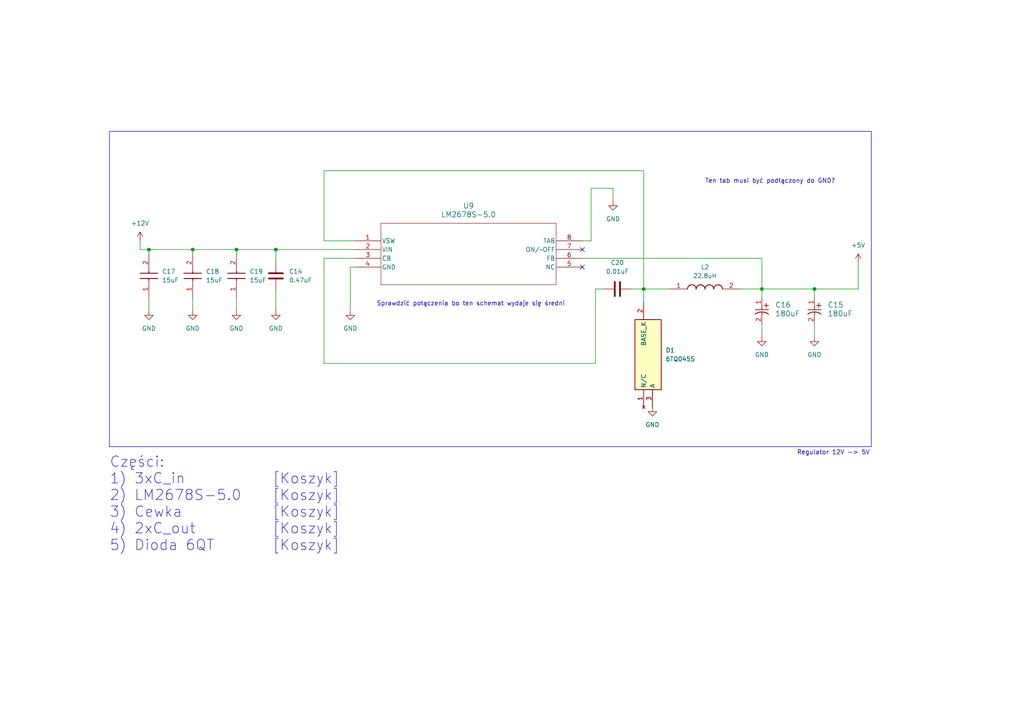
<source format=kicad_sch>
(kicad_sch (version 20230121) (generator eeschema)
  (paper "A4")
  (lib_symbols
    (symbol "16SVP180MX:16SVP180MX" (pin_names (offset 0.254))
      (property "Reference" "C" (at 3.81 3.81 0))
      (property "Value" "16SVP180MX" (at 3.81 -3.81 0))
      (symbol "16SVP180MX_1_1"
        (polyline (pts (xy 1.5748 1.27) (xy 2.8448 1.27)) (stroke (width 0.2032)))
        (polyline (pts (xy 2.2098 0.635) (xy 2.2098 1.905)) (stroke (width 0.2032)))
        (polyline (pts (xy 2.54 0) (xy 3.4798 0)) (stroke (width 0.2032)))
        (polyline (pts (xy 3.4798 -1.905) (xy 3.4798 1.905)) (stroke (width 0.2032)))
        (polyline (pts (xy 4.1148 0) (xy 5.08 0)) (stroke (width 0.2032)))
        (arc (start 4.7541 1.9108) (mid 4.1148 0) (end 4.7541 -1.9108) (stroke (width 0.254)))
        (pin unspecified line (at 0 0 0) (length 2.54) (name "") (number "1"))
        (pin unspecified line (at 7.62 0 180) (length 2.54) (name "") (number "2"))
      )
      (symbol "16SVP180MX_1_2"
        (polyline (pts (xy -1.905 -3.4798) (xy 1.905 -3.4798)) (stroke (width 0.2032)))
        (polyline (pts (xy 0 -4.1148) (xy 0 -5.08)) (stroke (width 0.2032)))
        (polyline (pts (xy 0 -2.54) (xy 0 -3.4798)) (stroke (width 0.2032)))
        (polyline (pts (xy 0.635 -2.2098) (xy 1.905 -2.2098)) (stroke (width 0.2032)))
        (polyline (pts (xy 1.27 -1.5748) (xy 1.27 -2.8448)) (stroke (width 0.2032)))
        (arc (start 1.9108 -4.7541) (mid 0 -4.1148) (end -1.9108 -4.7541) (stroke (width 0.254)))
        (pin unspecified line (at 0 -7.62 90) (length 2.54) (name "") (number "1"))
        (pin unspecified line (at 0 0 270) (length 2.54) (name "") (number "2"))
      )
    )
    (symbol "6TQ045S:6TQ045S"
      (property "Reference" "D" (at 26.67 7.62 0))
      (property "Value" "6TQ045S" (at 26.67 5.08 0))
      (symbol "6TQ045S_1_1"
        (rectangle (start 5.08 2.54) (end 25.4 -5.08) (stroke (width 0.254)) (fill (type background)))
        (pin no_connect line (at 0 0 0) (length 5.08) (name "N/C") (number "1"))
        (pin passive line (at 30.48 0 180) (length 5.08) (name "BASE_K") (number "2"))
        (pin passive line (at 0 -2.54 0) (length 5.08) (name "A") (number "3"))
      )
    )
    (symbol "Device:C" (pin_numbers hide) (pin_names (offset 0.254))
      (property "Reference" "C" (at 0.635 2.54 0))
      (property "Value" "C" (at 0.635 -2.54 0))
      (symbol "C_0_1"
        (polyline (pts (xy -2.032 -0.762) (xy 2.032 -0.762)) (stroke (width 0.508)))
        (polyline (pts (xy -2.032 0.762) (xy 2.032 0.762)) (stroke (width 0.508)))
      )
      (symbol "C_1_1"
        (pin passive line (at 0 3.81 270) (length 2.794) (name "~") (number "1"))
        (pin passive line (at 0 -3.81 90) (length 2.794) (name "~") (number "2"))
      )
    )
    (symbol "LM2678S_5_0:LM2678S-5.0" (pin_names (offset 0.254))
      (property "Reference" "U" (at 33.02 10.16 0))
      (property "Value" "LM2678S-5.0" (at 33.02 7.62 0))
      (symbol "LM2678S-5.0_0_1"
        (polyline (pts (xy 7.62 -12.7) (xy 58.42 -12.7)) (stroke (width 0.127)))
        (polyline (pts (xy 7.62 5.08) (xy 7.62 -12.7)) (stroke (width 0.127)))
        (polyline (pts (xy 58.42 -12.7) (xy 58.42 5.08)) (stroke (width 0.127)))
        (polyline (pts (xy 58.42 5.08) (xy 7.62 5.08)) (stroke (width 0.127)))
        (pin output line (at 0 0 0) (length 7.62) (name "VSW") (number "1"))
        (pin input line (at 0 -2.54 0) (length 7.62) (name "VIN") (number "2"))
        (pin passive line (at 0 -5.08 0) (length 7.62) (name "CB") (number "3"))
        (pin passive line (at 0 -7.62 0) (length 7.62) (name "GND") (number "4"))
        (pin passive line (at 66.04 -7.62 180) (length 7.62) (name "NC") (number "5"))
        (pin passive line (at 66.04 -5.08 180) (length 7.62) (name "FB") (number "6"))
        (pin passive line (at 66.04 -2.54 180) (length 7.62) (name "ON/~OFF") (number "7"))
        (pin unspecified line (at 66.04 0 180) (length 7.62) (name "TAB") (number "8"))
      )
    )
    (symbol "P0841NL:P0841NL" (pin_names hide)
      (property "Reference" "L" (at 16.51 6.35 0))
      (property "Value" "P0841NL" (at 16.51 3.81 0))
      (symbol "P0841NL_1_1"
        (arc (start 7.62 0) (mid 6.35 1.219) (end 5.08 0) (stroke (width 0.254)))
        (arc (start 10.16 0) (mid 8.89 1.219) (end 7.62 0) (stroke (width 0.254)))
        (arc (start 12.7 0) (mid 11.43 1.219) (end 10.16 0) (stroke (width 0.254)))
        (arc (start 15.24 0) (mid 13.97 1.219) (end 12.7 0) (stroke (width 0.254)))
        (pin passive line (at 0 0 0) (length 5.08) (name "1") (number "1"))
        (pin passive line (at 20.32 0 180) (length 5.08) (name "2") (number "2"))
      )
    )
    (symbol "TPSC156K035R0350:TPSC156K035R0350" (pin_names hide)
      (property "Reference" "C" (at 8.89 6.35 0))
      (property "Value" "TPSC156K035R0350" (at 8.89 3.81 0))
      (symbol "TPSC156K035R0350_1_1"
        (polyline (pts (xy 5.08 0) (xy 5.588 0)) (stroke (width 0.254)))
        (polyline (pts (xy 5.588 2.54) (xy 5.588 -2.54)) (stroke (width 0.254)))
        (polyline (pts (xy 7.112 0) (xy 7.62 0)) (stroke (width 0.254)))
        (polyline (pts (xy 7.112 2.54) (xy 7.112 -2.54)) (stroke (width 0.254)))
        (pin passive line (at 0 0 0) (length 5.08) (name "C1") (number "1"))
        (pin passive line (at 12.7 0 180) (length 5.08) (name "C2") (number "2"))
      )
    )
    (symbol "power:+12V" (power) (pin_names (offset 0))
      (property "Value" "+12V" (at 0 3.556 0))
      (symbol "+12V_0_1"
        (polyline (pts (xy -0.762 1.27) (xy 0 2.54)))
        (polyline (pts (xy 0 0) (xy 0 2.54)))
        (polyline (pts (xy 0 2.54) (xy 0.762 1.27)))
      )
      (symbol "+12V_1_1"
        (pin power_in line (at 0 0 90) (length 0) hide (name "+12V") (number "1"))
      )
    )
    (symbol "power:+5V" (power) (pin_names (offset 0))
      (property "Value" "+5V" (at 0 3.556 0))
      (symbol "+5V_0_1"
        (polyline (pts (xy -0.762 1.27) (xy 0 2.54)))
        (polyline (pts (xy 0 0) (xy 0 2.54)))
        (polyline (pts (xy 0 2.54) (xy 0.762 1.27)))
      )
      (symbol "+5V_1_1"
        (pin power_in line (at 0 0 90) (length 0) hide (name "+5V") (number "1"))
      )
    )
    (symbol "power:GND" (power) (pin_names (offset 0))
      (property "Value" "GND" (at 0 -3.81 0))
      (symbol "GND_0_1"
        (polyline (pts (xy 0 0) (xy 0 -1.27) (xy 1.27 -1.27) (xy 0 -2.54) (xy -1.27 -1.27) (xy 0 -1.27)))
      )
      (symbol "GND_1_1"
        (pin power_in line (at 0 0 270) (length 0) hide (name "GND") (number "1"))
      )
    )
  )
  (junction (at 68.58 72.39))
  (junction (at 220.98 83.82))
  (junction (at 43.18 72.39))
  (junction (at 55.88 72.39))
  (junction (at 186.69 83.82))
  (junction (at 80.01 72.39))
  (junction (at 236.22 83.82))
  (no_connect (at 168.91 77.47))
  (no_connect (at 168.91 72.39))
  (wire (pts (xy 68.58 86.36) (xy 68.58 90.17)))
  (wire (pts (xy 102.87 74.93) (xy 93.98 74.93)))
  (wire (pts (xy 55.88 86.36) (xy 55.88 90.17)))
  (wire (pts (xy 93.98 49.53) (xy 186.69 49.53)))
  (wire (pts (xy 186.69 49.53) (xy 186.69 83.82)))
  (wire (pts (xy 248.92 76.2) (xy 248.92 83.82)))
  (wire (pts (xy 236.22 93.98) (xy 236.22 97.79)))
  (wire (pts (xy 80.01 72.39) (xy 68.58 72.39)))
  (wire (pts (xy 101.6 90.17) (xy 101.6 77.47)))
  (wire (pts (xy 171.45 69.85) (xy 171.45 54.61)))
  (wire (pts (xy 171.45 54.61) (xy 177.8 54.61)))
  (wire (pts (xy 93.98 74.93) (xy 93.98 105.41)))
  (wire (pts (xy 172.72 105.41) (xy 172.72 83.82)))
  (wire (pts (xy 102.87 72.39) (xy 80.01 72.39)))
  (wire (pts (xy 236.22 83.82) (xy 236.22 86.36)))
  (wire (pts (xy 101.6 77.47) (xy 102.87 77.47)))
  (wire (pts (xy 93.98 105.41) (xy 172.72 105.41)))
  (wire (pts (xy 43.18 72.39) (xy 40.64 72.39)))
  (wire (pts (xy 93.98 69.85) (xy 93.98 49.53)))
  (wire (pts (xy 80.01 72.39) (xy 80.01 76.2)))
  (wire (pts (xy 220.98 83.82) (xy 236.22 83.82)))
  (wire (pts (xy 186.69 83.82) (xy 186.69 87.63)))
  (wire (pts (xy 220.98 74.93) (xy 220.98 83.82)))
  (wire (pts (xy 55.88 73.66) (xy 55.88 72.39)))
  (wire (pts (xy 40.64 72.39) (xy 40.64 69.85)))
  (wire (pts (xy 236.22 83.82) (xy 248.92 83.82)))
  (wire (pts (xy 220.98 83.82) (xy 220.98 86.36)))
  (wire (pts (xy 182.88 83.82) (xy 186.69 83.82)))
  (wire (pts (xy 171.45 69.85) (xy 168.91 69.85)))
  (wire (pts (xy 214.63 83.82) (xy 220.98 83.82)))
  (wire (pts (xy 186.69 83.82) (xy 194.31 83.82)))
  (wire (pts (xy 68.58 73.66) (xy 68.58 72.39)))
  (wire (pts (xy 172.72 83.82) (xy 175.26 83.82)))
  (wire (pts (xy 168.91 74.93) (xy 220.98 74.93)))
  (wire (pts (xy 80.01 83.82) (xy 80.01 90.17)))
  (wire (pts (xy 102.87 69.85) (xy 93.98 69.85)))
  (wire (pts (xy 177.8 54.61) (xy 177.8 58.42)))
  (wire (pts (xy 43.18 86.36) (xy 43.18 90.17)))
  (wire (pts (xy 220.98 93.98) (xy 220.98 97.79)))
  (wire (pts (xy 68.58 72.39) (xy 55.88 72.39)))
  (wire (pts (xy 43.18 73.66) (xy 43.18 72.39)))
  (wire (pts (xy 55.88 72.39) (xy 43.18 72.39)))
  (rectangle (start 31.75 38.1) (end 252.73 129.54))
  (text "Regulator 12V -> 5V" (at 231.14 132.08 0) (effects (font (size 1.27 1.27)) (justify left bottom)))
  (text "Części:\n1) 3xC_in		[Koszyk]\n2) LM2678S-5.0	[Koszyk]\n3) Cewka		[Koszyk]\n4) 2xC_out		[Koszyk]\n5) Dioda 6QT	[Koszyk]" (at 31.75 160.02 0) (effects (font (size 3 3)) (justify left bottom)))
  (text "Ten tab musi być podłączony do GND?" (at 204.47 53.34 0) (effects (font (size 1.27 1.27)) (justify left bottom)))
  (text "Sprawdzić połączenia bo ten schemat wydaje się średni" (at 109.22 88.9 0) (effects (font (size 1.27 1.27)) (justify left bottom)))
  (symbol (lib_id "TPSC156K035R0350:TPSC156K035R0350") (at 43.18 86.36 90) (unit 1)
    (property "Reference" "C17" (at 46.99 78.74 90) (effects (justify right)))
    (property "Value" "15uF" (at 46.99 81.28 90) (effects (justify right)))
    (property "Footprint" "TPSC156K035R0350:CAPCP6032X280N" (effects hide))
    (property "Datasheet" "https://componentsearchengine.com/Datasheets/1/TPSC156K035R0350.pdf" (effects hide))
    (property "Mouser Part Number" "581-TPSC156K035R0350" (effects hide))
    (property "Mouser Price/Stock" "https://www.mouser.com/Search/Refine.aspx?Keyword=581-TPSC156K035R0350" (effects hide))
    (property "Manufacturer_Name" "Kyocera AVX" (effects hide))
    (property "Manufacturer_Part_Number" "TPSC156K035R0350" (effects hide))
  )
  (symbol (lib_id "power:GND") (at 101.6 90.17 0) (unit 1)
    (property "Reference" "#PWR012" (effects hide))
    (property "Value" "GND" (at 101.6 95.25 0))
    (instances (project "Main-board" (path "" (reference "#PWR012") (unit 1)) (path "" (reference "#PWR071") (unit 1)) (path "" (reference "#PWR080") (unit 1))))
  )
  (symbol (lib_id "TPSC156K035R0350:TPSC156K035R0350") (at 68.58 86.36 90) (unit 1)
    (property "Reference" "C19" (at 72.39 78.74 90) (effects (justify right)))
    (property "Value" "15uF" (at 72.39 81.28 90) (effects (justify right)))
    (property "Footprint" "TPSC156K035R0350:CAPCP6032X280N" (effects hide))
    (property "Datasheet" "https://componentsearchengine.com/Datasheets/1/TPSC156K035R0350.pdf" (effects hide))
    (property "Mouser Part Number" "581-TPSC156K035R0350" (effects hide))
    (property "Mouser Price/Stock" "https://www.mouser.com/Search/Refine.aspx?Keyword=581-TPSC156K035R0350" (effects hide))
    (property "Manufacturer_Name" "Kyocera AVX" (effects hide))
    (property "Manufacturer_Part_Number" "TPSC156K035R0350" (effects hide))
  )
  (symbol (lib_id "power:GND") (at 236.22 97.79 0) (unit 1)
    (property "Reference" "#PWR012" (effects hide))
    (property "Value" "GND" (at 236.22 102.87 0))
    (instances (project "Main-board" (path "" (reference "#PWR012") (unit 1)) (path "" (reference "#PWR071") (unit 1)) (path "" (reference "#PWR082") (unit 1))))
  )
  (symbol (lib_id "P0841NL:P0841NL") (at 194.31 83.82 0) (unit 1)
    (property "Reference" "L2" (at 204.47 77.47 0))
    (property "Value" "22.8uH" (at 204.47 80.01 0))
    (property "Footprint" "P0841NL:P0841NL" (effects hide))
    (property "Datasheet" "https://www.arrow.com/en/products/p0841nl/pulse-electronics-corporation" (effects hide))
    (property "Height" "24.13" (effects hide))
    (property "Mouser Part Number" "673-P0841NL" (effects hide))
    (property "Mouser Price/Stock" "https://www.mouser.co.uk/ProductDetail/Pulse-Electronics/P0841NL?qs=mjAxHPhY7UfnMfKCvknziA%3D%3D" (effects hide))
    (property "Manufacturer_Name" "Pulse Electronics" (effects hide))
    (property "Manufacturer_Part_Number" "P0841NL" (effects hide))
  )
  (symbol (lib_id "power:+5V") (at 248.92 76.2 0) (unit 1)
    (property "Reference" "#PWR01" (effects hide))
    (property "Value" "+5V" (at 248.92 71.12 0))
    (instances (project "Main-board" (path "" (reference "#PWR01") (unit 1)) (path "" (reference "#PWR044") (unit 1)) (path "" (reference "#PWR067") (unit 1)) (path "" (reference "#PWR079") (unit 1))))
  )
  (symbol (lib_id "power:GND") (at 68.58 90.17 0) (unit 1)
    (property "Reference" "#PWR076" (effects hide))
    (property "Value" "GND" (at 68.58 95.25 0))
  )
  (symbol (lib_id "power:GND") (at 55.88 90.17 0) (unit 1)
    (property "Reference" "#PWR0118" (effects hide))
    (property "Value" "GND" (at 55.88 95.25 0))
  )
  (symbol (lib_id "TPSC156K035R0350:TPSC156K035R0350") (at 55.88 86.36 90) (unit 1)
    (property "Reference" "C18" (at 59.69 78.74 90) (effects (justify right)))
    (property "Value" "15uF" (at 59.69 81.28 90) (effects (justify right)))
    (property "Footprint" "TPSC156K035R0350:CAPCP6032X280N" (effects hide))
    (property "Datasheet" "https://componentsearchengine.com/Datasheets/1/TPSC156K035R0350.pdf" (effects hide))
    (property "Mouser Part Number" "581-TPSC156K035R0350" (effects hide))
    (property "Mouser Price/Stock" "https://www.mouser.com/Search/Refine.aspx?Keyword=581-TPSC156K035R0350" (effects hide))
    (property "Manufacturer_Name" "Kyocera AVX" (effects hide))
    (property "Manufacturer_Part_Number" "TPSC156K035R0350" (effects hide))
  )
  (symbol (lib_id "6TQ045S:6TQ045S") (at 186.69 118.11 90) (unit 1)
    (property "Reference" "D1" (at 193.04 101.6 90) (effects (justify right)))
    (property "Value" "6TQ045S" (at 193.04 104.14 90) (effects (justify right)))
    (property "Footprint" "6TQ045S:6TQ045S" (effects hide))
    (property "Datasheet" "https://www.vishay.com/docs/94945/vs-6tqs-m3.pdf" (effects hide))
    (property "Height" "4.83" (effects hide))
    (property "Mouser Part Number" "844-6TQ045S" (effects hide))
    (property "Mouser Price/Stock" "https://www.mouser.co.uk/ProductDetail/Vishay-Semiconductors/6TQ045S?qs=hRM9be3AO9WvNyITjsbs0A%3D%3D" (effects hide))
    (property "Manufacturer_Name" "Vishay" (effects hide))
    (property "Manufacturer_Part_Number" "6TQ045S" (effects hide))
  )
  (symbol (lib_id "power:GND") (at 43.18 90.17 0) (unit 1)
    (property "Reference" "#PWR012" (effects hide))
    (property "Value" "GND" (at 43.18 95.25 0))
    (instances (project "Main-board" (path "" (reference "#PWR012") (unit 1)) (path "" (reference "#PWR071") (unit 1)) (path "" (reference "#PWR075") (unit 1))))
  )
  (symbol (lib_id "LM2678S_5_0:LM2678S-5.0") (at 102.87 69.85 0) (unit 1)
    (property "Reference" "U9" (at 135.89 59.69 0) (effects (font (size 1.524 1.524))))
    (property "Value" "LM2678S-5.0" (at 135.89 62.23 0) (effects (font (size 1.524 1.524))))
    (property "Footprint" "LM2678S_5_0:TS7B" (effects hide))
    (property "Datasheet" "LM2678S-5.0" (effects hide))
  )
  (symbol (lib_id "power:+12V") (at 40.64 69.85 0) (unit 1)
    (property "Reference" "#PWR073" (effects hide))
    (property "Value" "+12V" (at 40.64 64.77 0))
  )
  (symbol (lib_id "16SVP180MX:16SVP180MX") (at 236.22 86.36 270) (unit 1)
    (property "Reference" "C15" (at 240.03 88.4174 90) (effects (font (size 1.524 1.524)) (justify left)))
    (property "Value" "180uF" (at 240.03 90.9574 90) (effects (font (size 1.524 1.524)) (justify left)))
    (property "Footprint" "16SVP180MX:PCAP_SVP_F8_PAN" (effects hide))
    (property "Datasheet" "16SVP180MX" (effects hide))
  )
  (symbol (lib_id "power:GND") (at 189.23 118.11 0) (unit 1)
    (property "Reference" "#PWR012" (effects hide))
    (property "Value" "GND" (at 189.23 123.19 0))
    (instances (project "Main-board" (path "" (reference "#PWR012") (unit 1)) (path "" (reference "#PWR071") (unit 1)) (path "" (reference "#PWR074") (unit 1))))
  )
  (symbol (lib_id "16SVP180MX:16SVP180MX") (at 220.98 86.36 270) (unit 1)
    (property "Reference" "C16" (at 224.79 88.4174 90) (effects (font (size 1.524 1.524)) (justify left)))
    (property "Value" "180uF" (at 224.79 90.9574 90) (effects (font (size 1.524 1.524)) (justify left)))
    (property "Footprint" "16SVP180MX:PCAP_SVP_F8_PAN" (effects hide))
    (property "Datasheet" "16SVP180MX" (effects hide))
  )
  (symbol (lib_id "power:GND") (at 220.98 97.79 0) (unit 1)
    (property "Reference" "#PWR012" (effects hide))
    (property "Value" "GND" (at 220.98 102.87 0))
    (instances (project "Main-board" (path "" (reference "#PWR012") (unit 1)) (path "" (reference "#PWR071") (unit 1)) (path "" (reference "#PWR081") (unit 1))))
  )
  (symbol (lib_id "power:GND") (at 177.8 58.42 0) (unit 1)
    (property "Reference" "#PWR012" (effects hide))
    (property "Value" "GND" (at 177.8 63.5 0))
    (instances (project "Main-board" (path "" (reference "#PWR012") (unit 1)) (path "" (reference "#PWR071") (unit 1)) (path "" (reference "#PWR097") (unit 1))))
  )
  (symbol (lib_id "Device:C") (at 80.01 80.01 0) (unit 1)
    (property "Reference" "C14" (at 83.82 78.74 0) (effects (justify left)))
    (property "Value" "0.47uF" (at 83.82 81.28 0) (effects (justify left)))
    (property "Footprint" "Capacitor_SMD:C_1206_3216Metric" (effects hide))
  )
  (symbol (lib_id "Device:C") (at 179.07 83.82 270) (unit 1)
    (property "Reference" "C20" (at 179.07 76.2 90))
    (property "Value" "0.01uF" (at 179.07 78.74 90))
    (property "Footprint" "Capacitor_SMD:C_1206_3216Metric" (effects hide))
  )
  (symbol (lib_id "power:GND") (at 80.01 90.17 0) (unit 1)
    (property "Reference" "#PWR077" (effects hide))
    (property "Value" "GND" (at 80.01 95.25 0))
  )
)
</source>
